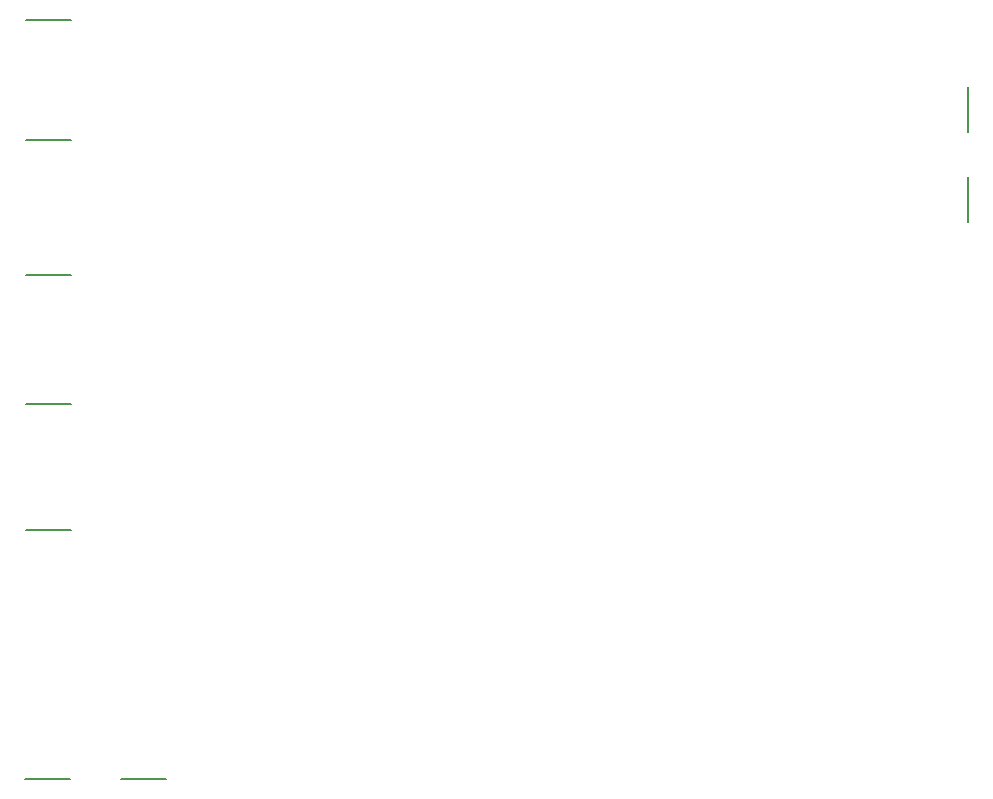
<source format=gbo>
G75*
%MOIN*%
%OFA0B0*%
%FSLAX25Y25*%
%IPPOS*%
%LPD*%
%AMOC8*
5,1,8,0,0,1.08239X$1,22.5*
%
%ADD10C,0.00800*%
D10*
X0078000Y0027500D02*
X0093000Y0027500D01*
X0110000Y0027500D02*
X0125000Y0027500D01*
X0093500Y0110500D02*
X0078500Y0110500D01*
X0078500Y0152500D02*
X0093500Y0152500D01*
X0093500Y0195500D02*
X0078500Y0195500D01*
X0078500Y0240500D02*
X0093500Y0240500D01*
X0093500Y0280500D02*
X0078500Y0280500D01*
X0392500Y0258000D02*
X0392500Y0243000D01*
X0392500Y0228000D02*
X0392500Y0213000D01*
M02*

</source>
